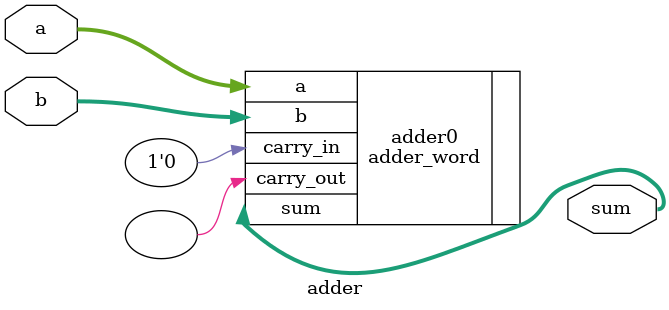
<source format=v>
`include "src/adder/adder_word.v"

module adder(	input wire [31:0] a,
		input wire [31:0] b,
		output wire [31:0] sum);

	adder_word adder0(.a(a), .b(b), .carry_in(1'b0), .sum(sum), .carry_out());

endmodule

</source>
